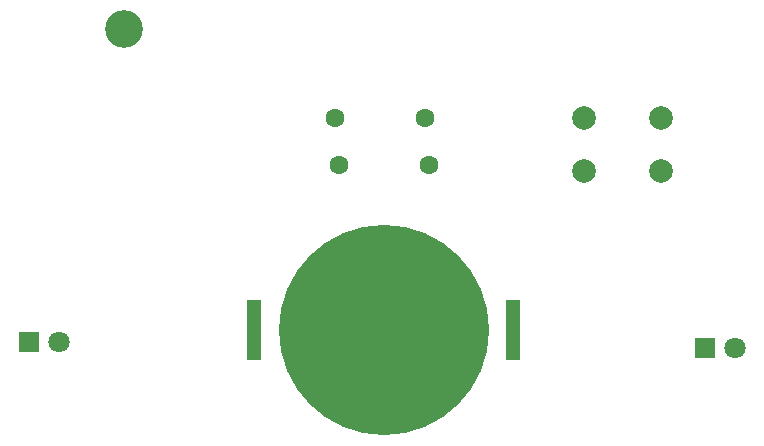
<source format=gbr>
%TF.GenerationSoftware,KiCad,Pcbnew,9.0.2*%
%TF.CreationDate,2025-05-31T15:25:19-05:00*%
%TF.ProjectId,first_pcb_project,66697273-745f-4706-9362-5f70726f6a65,rev?*%
%TF.SameCoordinates,Original*%
%TF.FileFunction,Soldermask,Bot*%
%TF.FilePolarity,Negative*%
%FSLAX46Y46*%
G04 Gerber Fmt 4.6, Leading zero omitted, Abs format (unit mm)*
G04 Created by KiCad (PCBNEW 9.0.2) date 2025-05-31 15:25:19*
%MOMM*%
%LPD*%
G01*
G04 APERTURE LIST*
%ADD10C,1.800000*%
%ADD11R,1.800000X1.800000*%
%ADD12C,3.200000*%
%ADD13C,1.600000*%
%ADD14R,1.270000X5.080000*%
%ADD15C,17.800000*%
%ADD16C,2.000000*%
G04 APERTURE END LIST*
D10*
%TO.C,D1*%
X96500000Y-72000000D03*
D11*
X93960000Y-72000000D03*
%TD*%
D12*
%TO.C,REF\u002A\u002A*%
X102000000Y-45500000D03*
%TD*%
D13*
%TO.C,R2*%
X120190000Y-57000000D03*
X127810000Y-57000000D03*
%TD*%
%TO.C,R1*%
X119880000Y-53000000D03*
X127500000Y-53000000D03*
%TD*%
D11*
%TO.C,D2*%
X151225000Y-72500000D03*
D10*
X153765000Y-72500000D03*
%TD*%
D14*
%TO.C,BT1*%
X134985000Y-71000000D03*
X113015000Y-71000000D03*
D15*
X124000000Y-71000000D03*
%TD*%
D16*
%TO.C,SW1*%
X141000000Y-53000000D03*
X147500000Y-53000000D03*
X141000000Y-57500000D03*
X147500000Y-57500000D03*
%TD*%
M02*

</source>
